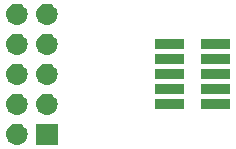
<source format=gbr>
G04 #@! TF.GenerationSoftware,KiCad,Pcbnew,(5.1.4)-1*
G04 #@! TF.CreationDate,2021-03-01T17:54:04+03:00*
G04 #@! TF.ProjectId,FPGA_Prog_Adapter,46504741-5f50-4726-9f67-5f4164617074,rev?*
G04 #@! TF.SameCoordinates,Original*
G04 #@! TF.FileFunction,Soldermask,Top*
G04 #@! TF.FilePolarity,Negative*
%FSLAX46Y46*%
G04 Gerber Fmt 4.6, Leading zero omitted, Abs format (unit mm)*
G04 Created by KiCad (PCBNEW (5.1.4)-1) date 2021-03-01 17:54:04*
%MOMM*%
%LPD*%
G04 APERTURE LIST*
%ADD10C,0.100000*%
G04 APERTURE END LIST*
D10*
G36*
X123901000Y-89901000D02*
G01*
X122099000Y-89901000D01*
X122099000Y-88099000D01*
X123901000Y-88099000D01*
X123901000Y-89901000D01*
X123901000Y-89901000D01*
G37*
G36*
X120570443Y-88105519D02*
G01*
X120636627Y-88112037D01*
X120806466Y-88163557D01*
X120962991Y-88247222D01*
X120998729Y-88276552D01*
X121100186Y-88359814D01*
X121183448Y-88461271D01*
X121212778Y-88497009D01*
X121296443Y-88653534D01*
X121347963Y-88823373D01*
X121365359Y-89000000D01*
X121347963Y-89176627D01*
X121296443Y-89346466D01*
X121212778Y-89502991D01*
X121183448Y-89538729D01*
X121100186Y-89640186D01*
X120998729Y-89723448D01*
X120962991Y-89752778D01*
X120806466Y-89836443D01*
X120636627Y-89887963D01*
X120570442Y-89894482D01*
X120504260Y-89901000D01*
X120415740Y-89901000D01*
X120349558Y-89894482D01*
X120283373Y-89887963D01*
X120113534Y-89836443D01*
X119957009Y-89752778D01*
X119921271Y-89723448D01*
X119819814Y-89640186D01*
X119736552Y-89538729D01*
X119707222Y-89502991D01*
X119623557Y-89346466D01*
X119572037Y-89176627D01*
X119554641Y-89000000D01*
X119572037Y-88823373D01*
X119623557Y-88653534D01*
X119707222Y-88497009D01*
X119736552Y-88461271D01*
X119819814Y-88359814D01*
X119921271Y-88276552D01*
X119957009Y-88247222D01*
X120113534Y-88163557D01*
X120283373Y-88112037D01*
X120349557Y-88105519D01*
X120415740Y-88099000D01*
X120504260Y-88099000D01*
X120570443Y-88105519D01*
X120570443Y-88105519D01*
G37*
G36*
X123110442Y-85565518D02*
G01*
X123176627Y-85572037D01*
X123346466Y-85623557D01*
X123502991Y-85707222D01*
X123538729Y-85736552D01*
X123640186Y-85819814D01*
X123723448Y-85921271D01*
X123752778Y-85957009D01*
X123836443Y-86113534D01*
X123887963Y-86283373D01*
X123905359Y-86460000D01*
X123887963Y-86636627D01*
X123836443Y-86806466D01*
X123752778Y-86962991D01*
X123723448Y-86998729D01*
X123640186Y-87100186D01*
X123538729Y-87183448D01*
X123502991Y-87212778D01*
X123346466Y-87296443D01*
X123176627Y-87347963D01*
X123110443Y-87354481D01*
X123044260Y-87361000D01*
X122955740Y-87361000D01*
X122889557Y-87354481D01*
X122823373Y-87347963D01*
X122653534Y-87296443D01*
X122497009Y-87212778D01*
X122461271Y-87183448D01*
X122359814Y-87100186D01*
X122276552Y-86998729D01*
X122247222Y-86962991D01*
X122163557Y-86806466D01*
X122112037Y-86636627D01*
X122094641Y-86460000D01*
X122112037Y-86283373D01*
X122163557Y-86113534D01*
X122247222Y-85957009D01*
X122276552Y-85921271D01*
X122359814Y-85819814D01*
X122461271Y-85736552D01*
X122497009Y-85707222D01*
X122653534Y-85623557D01*
X122823373Y-85572037D01*
X122889558Y-85565518D01*
X122955740Y-85559000D01*
X123044260Y-85559000D01*
X123110442Y-85565518D01*
X123110442Y-85565518D01*
G37*
G36*
X120570442Y-85565518D02*
G01*
X120636627Y-85572037D01*
X120806466Y-85623557D01*
X120962991Y-85707222D01*
X120998729Y-85736552D01*
X121100186Y-85819814D01*
X121183448Y-85921271D01*
X121212778Y-85957009D01*
X121296443Y-86113534D01*
X121347963Y-86283373D01*
X121365359Y-86460000D01*
X121347963Y-86636627D01*
X121296443Y-86806466D01*
X121212778Y-86962991D01*
X121183448Y-86998729D01*
X121100186Y-87100186D01*
X120998729Y-87183448D01*
X120962991Y-87212778D01*
X120806466Y-87296443D01*
X120636627Y-87347963D01*
X120570443Y-87354481D01*
X120504260Y-87361000D01*
X120415740Y-87361000D01*
X120349557Y-87354481D01*
X120283373Y-87347963D01*
X120113534Y-87296443D01*
X119957009Y-87212778D01*
X119921271Y-87183448D01*
X119819814Y-87100186D01*
X119736552Y-86998729D01*
X119707222Y-86962991D01*
X119623557Y-86806466D01*
X119572037Y-86636627D01*
X119554641Y-86460000D01*
X119572037Y-86283373D01*
X119623557Y-86113534D01*
X119707222Y-85957009D01*
X119736552Y-85921271D01*
X119819814Y-85819814D01*
X119921271Y-85736552D01*
X119957009Y-85707222D01*
X120113534Y-85623557D01*
X120283373Y-85572037D01*
X120349558Y-85565518D01*
X120415740Y-85559000D01*
X120504260Y-85559000D01*
X120570442Y-85565518D01*
X120570442Y-85565518D01*
G37*
G36*
X134611000Y-86871000D02*
G01*
X132109000Y-86871000D01*
X132109000Y-86029000D01*
X134611000Y-86029000D01*
X134611000Y-86871000D01*
X134611000Y-86871000D01*
G37*
G36*
X138511000Y-86871000D02*
G01*
X136009000Y-86871000D01*
X136009000Y-86029000D01*
X138511000Y-86029000D01*
X138511000Y-86871000D01*
X138511000Y-86871000D01*
G37*
G36*
X138511000Y-85601000D02*
G01*
X136009000Y-85601000D01*
X136009000Y-84759000D01*
X138511000Y-84759000D01*
X138511000Y-85601000D01*
X138511000Y-85601000D01*
G37*
G36*
X134611000Y-85601000D02*
G01*
X132109000Y-85601000D01*
X132109000Y-84759000D01*
X134611000Y-84759000D01*
X134611000Y-85601000D01*
X134611000Y-85601000D01*
G37*
G36*
X123110442Y-83025518D02*
G01*
X123176627Y-83032037D01*
X123346466Y-83083557D01*
X123502991Y-83167222D01*
X123538729Y-83196552D01*
X123640186Y-83279814D01*
X123723448Y-83381271D01*
X123752778Y-83417009D01*
X123836443Y-83573534D01*
X123887963Y-83743373D01*
X123905359Y-83920000D01*
X123887963Y-84096627D01*
X123836443Y-84266466D01*
X123752778Y-84422991D01*
X123723448Y-84458729D01*
X123640186Y-84560186D01*
X123538729Y-84643448D01*
X123502991Y-84672778D01*
X123346466Y-84756443D01*
X123176627Y-84807963D01*
X123110442Y-84814482D01*
X123044260Y-84821000D01*
X122955740Y-84821000D01*
X122889558Y-84814482D01*
X122823373Y-84807963D01*
X122653534Y-84756443D01*
X122497009Y-84672778D01*
X122461271Y-84643448D01*
X122359814Y-84560186D01*
X122276552Y-84458729D01*
X122247222Y-84422991D01*
X122163557Y-84266466D01*
X122112037Y-84096627D01*
X122094641Y-83920000D01*
X122112037Y-83743373D01*
X122163557Y-83573534D01*
X122247222Y-83417009D01*
X122276552Y-83381271D01*
X122359814Y-83279814D01*
X122461271Y-83196552D01*
X122497009Y-83167222D01*
X122653534Y-83083557D01*
X122823373Y-83032037D01*
X122889558Y-83025518D01*
X122955740Y-83019000D01*
X123044260Y-83019000D01*
X123110442Y-83025518D01*
X123110442Y-83025518D01*
G37*
G36*
X120570442Y-83025518D02*
G01*
X120636627Y-83032037D01*
X120806466Y-83083557D01*
X120962991Y-83167222D01*
X120998729Y-83196552D01*
X121100186Y-83279814D01*
X121183448Y-83381271D01*
X121212778Y-83417009D01*
X121296443Y-83573534D01*
X121347963Y-83743373D01*
X121365359Y-83920000D01*
X121347963Y-84096627D01*
X121296443Y-84266466D01*
X121212778Y-84422991D01*
X121183448Y-84458729D01*
X121100186Y-84560186D01*
X120998729Y-84643448D01*
X120962991Y-84672778D01*
X120806466Y-84756443D01*
X120636627Y-84807963D01*
X120570442Y-84814482D01*
X120504260Y-84821000D01*
X120415740Y-84821000D01*
X120349558Y-84814482D01*
X120283373Y-84807963D01*
X120113534Y-84756443D01*
X119957009Y-84672778D01*
X119921271Y-84643448D01*
X119819814Y-84560186D01*
X119736552Y-84458729D01*
X119707222Y-84422991D01*
X119623557Y-84266466D01*
X119572037Y-84096627D01*
X119554641Y-83920000D01*
X119572037Y-83743373D01*
X119623557Y-83573534D01*
X119707222Y-83417009D01*
X119736552Y-83381271D01*
X119819814Y-83279814D01*
X119921271Y-83196552D01*
X119957009Y-83167222D01*
X120113534Y-83083557D01*
X120283373Y-83032037D01*
X120349558Y-83025518D01*
X120415740Y-83019000D01*
X120504260Y-83019000D01*
X120570442Y-83025518D01*
X120570442Y-83025518D01*
G37*
G36*
X134611000Y-84331000D02*
G01*
X132109000Y-84331000D01*
X132109000Y-83489000D01*
X134611000Y-83489000D01*
X134611000Y-84331000D01*
X134611000Y-84331000D01*
G37*
G36*
X138511000Y-84331000D02*
G01*
X136009000Y-84331000D01*
X136009000Y-83489000D01*
X138511000Y-83489000D01*
X138511000Y-84331000D01*
X138511000Y-84331000D01*
G37*
G36*
X138511000Y-83061000D02*
G01*
X136009000Y-83061000D01*
X136009000Y-82219000D01*
X138511000Y-82219000D01*
X138511000Y-83061000D01*
X138511000Y-83061000D01*
G37*
G36*
X134611000Y-83061000D02*
G01*
X132109000Y-83061000D01*
X132109000Y-82219000D01*
X134611000Y-82219000D01*
X134611000Y-83061000D01*
X134611000Y-83061000D01*
G37*
G36*
X120570443Y-80485519D02*
G01*
X120636627Y-80492037D01*
X120806466Y-80543557D01*
X120962991Y-80627222D01*
X120998729Y-80656552D01*
X121100186Y-80739814D01*
X121183448Y-80841271D01*
X121212778Y-80877009D01*
X121296443Y-81033534D01*
X121347963Y-81203373D01*
X121365359Y-81380000D01*
X121347963Y-81556627D01*
X121296443Y-81726466D01*
X121212778Y-81882991D01*
X121183448Y-81918729D01*
X121100186Y-82020186D01*
X120998729Y-82103448D01*
X120962991Y-82132778D01*
X120806466Y-82216443D01*
X120636627Y-82267963D01*
X120570442Y-82274482D01*
X120504260Y-82281000D01*
X120415740Y-82281000D01*
X120349558Y-82274482D01*
X120283373Y-82267963D01*
X120113534Y-82216443D01*
X119957009Y-82132778D01*
X119921271Y-82103448D01*
X119819814Y-82020186D01*
X119736552Y-81918729D01*
X119707222Y-81882991D01*
X119623557Y-81726466D01*
X119572037Y-81556627D01*
X119554641Y-81380000D01*
X119572037Y-81203373D01*
X119623557Y-81033534D01*
X119707222Y-80877009D01*
X119736552Y-80841271D01*
X119819814Y-80739814D01*
X119921271Y-80656552D01*
X119957009Y-80627222D01*
X120113534Y-80543557D01*
X120283373Y-80492037D01*
X120349557Y-80485519D01*
X120415740Y-80479000D01*
X120504260Y-80479000D01*
X120570443Y-80485519D01*
X120570443Y-80485519D01*
G37*
G36*
X123110443Y-80485519D02*
G01*
X123176627Y-80492037D01*
X123346466Y-80543557D01*
X123502991Y-80627222D01*
X123538729Y-80656552D01*
X123640186Y-80739814D01*
X123723448Y-80841271D01*
X123752778Y-80877009D01*
X123836443Y-81033534D01*
X123887963Y-81203373D01*
X123905359Y-81380000D01*
X123887963Y-81556627D01*
X123836443Y-81726466D01*
X123752778Y-81882991D01*
X123723448Y-81918729D01*
X123640186Y-82020186D01*
X123538729Y-82103448D01*
X123502991Y-82132778D01*
X123346466Y-82216443D01*
X123176627Y-82267963D01*
X123110442Y-82274482D01*
X123044260Y-82281000D01*
X122955740Y-82281000D01*
X122889558Y-82274482D01*
X122823373Y-82267963D01*
X122653534Y-82216443D01*
X122497009Y-82132778D01*
X122461271Y-82103448D01*
X122359814Y-82020186D01*
X122276552Y-81918729D01*
X122247222Y-81882991D01*
X122163557Y-81726466D01*
X122112037Y-81556627D01*
X122094641Y-81380000D01*
X122112037Y-81203373D01*
X122163557Y-81033534D01*
X122247222Y-80877009D01*
X122276552Y-80841271D01*
X122359814Y-80739814D01*
X122461271Y-80656552D01*
X122497009Y-80627222D01*
X122653534Y-80543557D01*
X122823373Y-80492037D01*
X122889557Y-80485519D01*
X122955740Y-80479000D01*
X123044260Y-80479000D01*
X123110443Y-80485519D01*
X123110443Y-80485519D01*
G37*
G36*
X134611000Y-81791000D02*
G01*
X132109000Y-81791000D01*
X132109000Y-80949000D01*
X134611000Y-80949000D01*
X134611000Y-81791000D01*
X134611000Y-81791000D01*
G37*
G36*
X138511000Y-81791000D02*
G01*
X136009000Y-81791000D01*
X136009000Y-80949000D01*
X138511000Y-80949000D01*
X138511000Y-81791000D01*
X138511000Y-81791000D01*
G37*
G36*
X123110442Y-77945518D02*
G01*
X123176627Y-77952037D01*
X123346466Y-78003557D01*
X123502991Y-78087222D01*
X123538729Y-78116552D01*
X123640186Y-78199814D01*
X123723448Y-78301271D01*
X123752778Y-78337009D01*
X123836443Y-78493534D01*
X123887963Y-78663373D01*
X123905359Y-78840000D01*
X123887963Y-79016627D01*
X123836443Y-79186466D01*
X123752778Y-79342991D01*
X123723448Y-79378729D01*
X123640186Y-79480186D01*
X123538729Y-79563448D01*
X123502991Y-79592778D01*
X123346466Y-79676443D01*
X123176627Y-79727963D01*
X123110443Y-79734481D01*
X123044260Y-79741000D01*
X122955740Y-79741000D01*
X122889557Y-79734481D01*
X122823373Y-79727963D01*
X122653534Y-79676443D01*
X122497009Y-79592778D01*
X122461271Y-79563448D01*
X122359814Y-79480186D01*
X122276552Y-79378729D01*
X122247222Y-79342991D01*
X122163557Y-79186466D01*
X122112037Y-79016627D01*
X122094641Y-78840000D01*
X122112037Y-78663373D01*
X122163557Y-78493534D01*
X122247222Y-78337009D01*
X122276552Y-78301271D01*
X122359814Y-78199814D01*
X122461271Y-78116552D01*
X122497009Y-78087222D01*
X122653534Y-78003557D01*
X122823373Y-77952037D01*
X122889558Y-77945518D01*
X122955740Y-77939000D01*
X123044260Y-77939000D01*
X123110442Y-77945518D01*
X123110442Y-77945518D01*
G37*
G36*
X120570442Y-77945518D02*
G01*
X120636627Y-77952037D01*
X120806466Y-78003557D01*
X120962991Y-78087222D01*
X120998729Y-78116552D01*
X121100186Y-78199814D01*
X121183448Y-78301271D01*
X121212778Y-78337009D01*
X121296443Y-78493534D01*
X121347963Y-78663373D01*
X121365359Y-78840000D01*
X121347963Y-79016627D01*
X121296443Y-79186466D01*
X121212778Y-79342991D01*
X121183448Y-79378729D01*
X121100186Y-79480186D01*
X120998729Y-79563448D01*
X120962991Y-79592778D01*
X120806466Y-79676443D01*
X120636627Y-79727963D01*
X120570443Y-79734481D01*
X120504260Y-79741000D01*
X120415740Y-79741000D01*
X120349557Y-79734481D01*
X120283373Y-79727963D01*
X120113534Y-79676443D01*
X119957009Y-79592778D01*
X119921271Y-79563448D01*
X119819814Y-79480186D01*
X119736552Y-79378729D01*
X119707222Y-79342991D01*
X119623557Y-79186466D01*
X119572037Y-79016627D01*
X119554641Y-78840000D01*
X119572037Y-78663373D01*
X119623557Y-78493534D01*
X119707222Y-78337009D01*
X119736552Y-78301271D01*
X119819814Y-78199814D01*
X119921271Y-78116552D01*
X119957009Y-78087222D01*
X120113534Y-78003557D01*
X120283373Y-77952037D01*
X120349558Y-77945518D01*
X120415740Y-77939000D01*
X120504260Y-77939000D01*
X120570442Y-77945518D01*
X120570442Y-77945518D01*
G37*
M02*

</source>
